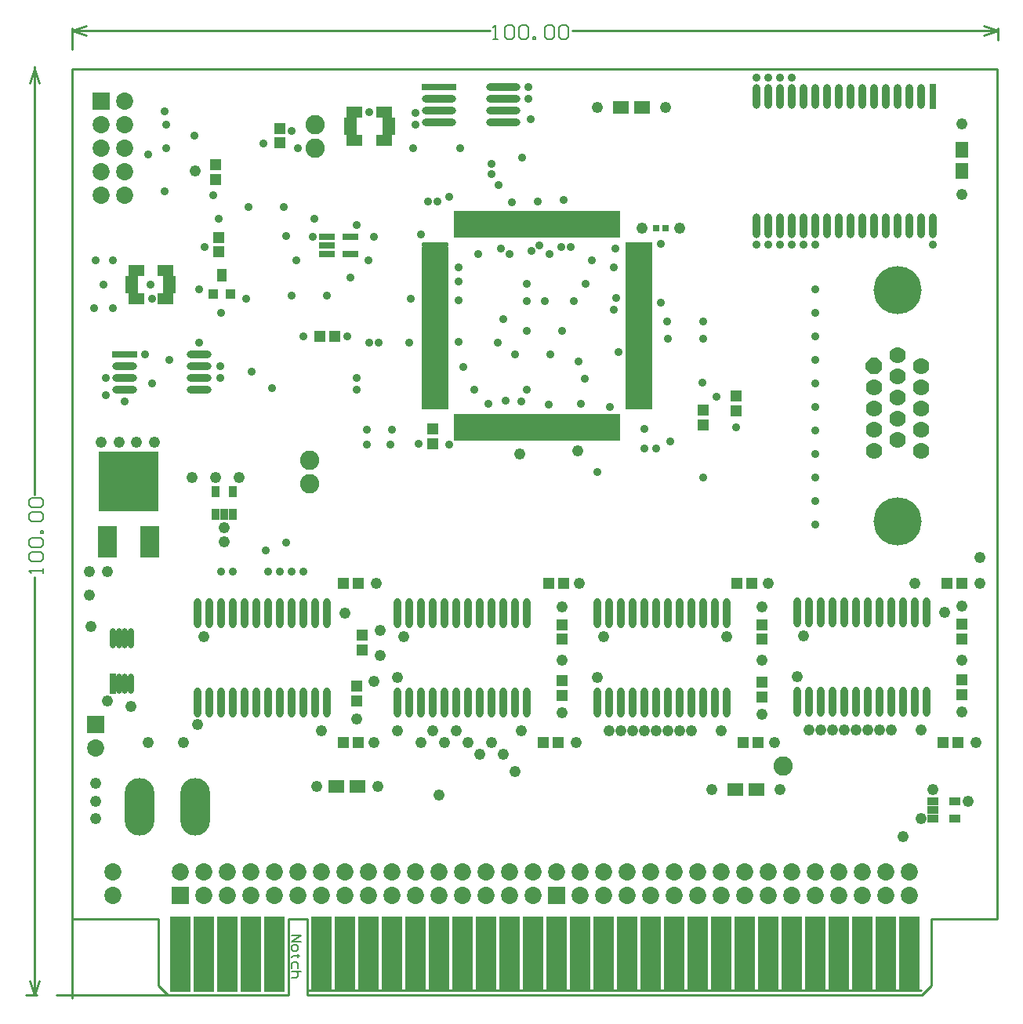
<source format=gts>
G04*
G04 #@! TF.GenerationSoftware,Altium Limited,CircuitStudio,1.5.2 (30)*
G04*
G04 Layer_Color=26367*
%FSLAX25Y25*%
%MOIN*%
G70*
G01*
G75*
%ADD38C,0.01000*%
%ADD45C,0.00800*%
%ADD46C,0.00600*%
%ADD75R,0.03162X0.03162*%
%ADD76R,0.08500X0.32000*%
%ADD77R,0.04540X0.04737*%
%ADD78R,0.04737X0.03556*%
%ADD79R,0.14579X0.03162*%
%ADD80O,0.14579X0.03162*%
%ADD81R,0.04400X0.05800*%
%ADD82R,0.04400X0.04400*%
%ADD83O,0.03162X0.10642*%
%ADD84R,0.03162X0.10642*%
%ADD85R,0.04737X0.04540*%
%ADD86R,0.02572X0.08674*%
%ADD87O,0.02572X0.08674*%
%ADD88O,0.03200X0.12737*%
%ADD89R,0.06800X0.05800*%
%ADD90R,0.05800X0.06800*%
%ADD91R,0.05150X0.05150*%
%ADD92R,0.06528X0.04953*%
%ADD93R,0.05543X0.07512*%
%ADD94O,0.10642X0.03162*%
%ADD95R,0.10642X0.03162*%
%ADD96R,0.03556X0.04737*%
%ADD97R,0.01981X0.11627*%
%ADD98R,0.11627X0.01981*%
%ADD99O,0.11627X0.01981*%
%ADD100R,0.08299X0.13811*%
%ADD101R,0.25622X0.25622*%
%ADD102R,0.06706X0.03162*%
%ADD103C,0.07300*%
%ADD104R,0.07300X0.07300*%
%ADD105O,0.12611X0.24422*%
%ADD106C,0.08200*%
%ADD107C,0.07000*%
%ADD108P,0.07577X8X292.5*%
%ADD109C,0.20467*%
%ADD110C,0.03600*%
%ADD111C,0.04800*%
D38*
X308937Y1537126D02*
Y1546000D01*
X702638Y1541063D02*
Y1546000D01*
X308937Y1545000D02*
X486592D01*
X521782D02*
X702638D01*
X308937D02*
X314937Y1543000D01*
X308937Y1545000D02*
X314937Y1547000D01*
X696638D02*
X702638Y1545000D01*
X696638Y1543000D02*
X702638Y1545000D01*
X293189Y1527701D02*
Y1529701D01*
X289252Y1135000D02*
X294189D01*
X293189Y1347845D02*
Y1528701D01*
Y1135000D02*
Y1312656D01*
X291189Y1522701D02*
X293189Y1528701D01*
X295189Y1522701D01*
X293189Y1135000D02*
X295189Y1141000D01*
X291189D02*
X293189Y1135000D01*
X409000Y1137000D02*
X670000D01*
X409000D02*
Y1167500D01*
X350000Y1135000D02*
X401000D01*
Y1137000D02*
Y1167500D01*
X409000D01*
X302500Y1135000D02*
X349700D01*
X308937Y1133563D02*
Y1167500D01*
X345700Y1139000D02*
X349700Y1135000D01*
X670300D02*
X674300Y1139000D01*
X345700D02*
Y1167500D01*
X308937D02*
X345700D01*
X674300Y1139000D02*
Y1167500D01*
X702500D01*
X308937D02*
Y1528701D01*
X702500D01*
Y1167500D02*
Y1528701D01*
X401000Y1135000D02*
Y1167500D01*
X409000Y1135000D02*
Y1167500D01*
X349700Y1135000D02*
X401000D01*
X409000D02*
X670300D01*
X401000Y1167500D02*
X409000D01*
D45*
X402500Y1160500D02*
X406499D01*
X402500Y1157834D01*
X406499D01*
X402500Y1155835D02*
Y1154502D01*
X403166Y1153835D01*
X404499D01*
X405166Y1154502D01*
Y1155835D01*
X404499Y1156501D01*
X403166D01*
X402500Y1155835D01*
X405832Y1151836D02*
X405166D01*
Y1152503D01*
Y1151170D01*
Y1151836D01*
X403166D01*
X402500Y1151170D01*
X405166Y1146504D02*
Y1148504D01*
X404499Y1149170D01*
X403166D01*
X402500Y1148504D01*
Y1146504D01*
X406499Y1145172D02*
X402500D01*
X404499D01*
X405166Y1144505D01*
Y1143172D01*
X404499Y1142506D01*
X402500D01*
D46*
X488193Y1541401D02*
X490192D01*
X489192D01*
Y1547399D01*
X488193Y1546399D01*
X493191D02*
X494191Y1547399D01*
X496190D01*
X497190Y1546399D01*
Y1542401D01*
X496190Y1541401D01*
X494191D01*
X493191Y1542401D01*
Y1546399D01*
X499189D02*
X500189Y1547399D01*
X502188D01*
X503188Y1546399D01*
Y1542401D01*
X502188Y1541401D01*
X500189D01*
X499189Y1542401D01*
Y1546399D01*
X505187Y1541401D02*
Y1542401D01*
X506187D01*
Y1541401D01*
X505187D01*
X510185Y1546399D02*
X511185Y1547399D01*
X513184D01*
X514184Y1546399D01*
Y1542401D01*
X513184Y1541401D01*
X511185D01*
X510185Y1542401D01*
Y1546399D01*
X516184D02*
X517183Y1547399D01*
X519182D01*
X520182Y1546399D01*
Y1542401D01*
X519182Y1541401D01*
X517183D01*
X516184Y1542401D01*
Y1546399D01*
X296788Y1314256D02*
Y1316255D01*
Y1315255D01*
X290790D01*
X291790Y1314256D01*
Y1319254D02*
X290790Y1320254D01*
Y1322253D01*
X291790Y1323253D01*
X295788D01*
X296788Y1322253D01*
Y1320254D01*
X295788Y1319254D01*
X291790D01*
Y1325252D02*
X290790Y1326252D01*
Y1328251D01*
X291790Y1329251D01*
X295788D01*
X296788Y1328251D01*
Y1326252D01*
X295788Y1325252D01*
X291790D01*
X296788Y1331250D02*
X295788D01*
Y1332250D01*
X296788D01*
Y1331250D01*
X291790Y1336248D02*
X290790Y1337248D01*
Y1339247D01*
X291790Y1340247D01*
X295788D01*
X296788Y1339247D01*
Y1337248D01*
X295788Y1336248D01*
X291790D01*
Y1342247D02*
X290790Y1343246D01*
Y1345245D01*
X291790Y1346245D01*
X295788D01*
X296788Y1345245D01*
Y1343246D01*
X295788Y1342247D01*
X291790D01*
D75*
X561484Y1461000D02*
D03*
X557547D02*
D03*
D76*
X625000Y1152500D02*
D03*
X615000D02*
D03*
X605000D02*
D03*
X595000D02*
D03*
X585000D02*
D03*
X575000D02*
D03*
X565000D02*
D03*
X555000D02*
D03*
X545000D02*
D03*
X535000D02*
D03*
X525000D02*
D03*
X515000D02*
D03*
X505000D02*
D03*
X495000D02*
D03*
X485000D02*
D03*
X475000D02*
D03*
X465000D02*
D03*
X455000D02*
D03*
X445000D02*
D03*
X435000D02*
D03*
X425000D02*
D03*
X415000D02*
D03*
X385000D02*
D03*
X375000D02*
D03*
X365000D02*
D03*
X355000D02*
D03*
X635000D02*
D03*
X645000D02*
D03*
X655000D02*
D03*
X665000D02*
D03*
X395000D02*
D03*
D77*
X414350Y1415000D02*
D03*
X420650D02*
D03*
X681201Y1310000D02*
D03*
X687500D02*
D03*
X594500Y1242250D02*
D03*
X600799D02*
D03*
X509500D02*
D03*
X515799D02*
D03*
X598150Y1310000D02*
D03*
X591850D02*
D03*
X511850D02*
D03*
X518150D02*
D03*
X679500Y1242500D02*
D03*
X685799D02*
D03*
X424500Y1310000D02*
D03*
X430799D02*
D03*
Y1242250D02*
D03*
X424500D02*
D03*
D78*
X675000Y1217500D02*
D03*
Y1213760D02*
D03*
Y1210020D02*
D03*
X684449Y1217500D02*
D03*
Y1210020D02*
D03*
D79*
X464937Y1521000D02*
D03*
D80*
Y1516000D02*
D03*
Y1511000D02*
D03*
Y1506000D02*
D03*
X492496Y1521000D02*
D03*
Y1516000D02*
D03*
Y1511000D02*
D03*
Y1506000D02*
D03*
D81*
X372800Y1441000D02*
D03*
D82*
X369000Y1433000D02*
D03*
X376500D02*
D03*
D83*
X600000Y1461882D02*
D03*
X605000D02*
D03*
X610000D02*
D03*
X615000D02*
D03*
X620000D02*
D03*
X625000D02*
D03*
X630000D02*
D03*
X635000D02*
D03*
X640000D02*
D03*
X645000D02*
D03*
X650000D02*
D03*
X655000D02*
D03*
X660000D02*
D03*
X665000D02*
D03*
X670000D02*
D03*
X675000D02*
D03*
X600000Y1517000D02*
D03*
X605000D02*
D03*
X610000D02*
D03*
X615000D02*
D03*
X620000D02*
D03*
X625000D02*
D03*
X630000D02*
D03*
X635000D02*
D03*
X640000D02*
D03*
X645000D02*
D03*
X650000D02*
D03*
X655000D02*
D03*
X660000D02*
D03*
X665000D02*
D03*
X670000D02*
D03*
D84*
X675000D02*
D03*
D85*
X432500Y1288150D02*
D03*
Y1281850D02*
D03*
X517500Y1262500D02*
D03*
Y1268799D02*
D03*
Y1286201D02*
D03*
Y1292500D02*
D03*
X602500Y1261701D02*
D03*
Y1268000D02*
D03*
Y1286201D02*
D03*
Y1292500D02*
D03*
X687500Y1262750D02*
D03*
Y1269049D02*
D03*
Y1286451D02*
D03*
Y1292750D02*
D03*
X430000Y1260000D02*
D03*
Y1266299D02*
D03*
X591500Y1389650D02*
D03*
Y1383350D02*
D03*
X462500Y1369350D02*
D03*
Y1375650D02*
D03*
X370000Y1488150D02*
D03*
Y1481850D02*
D03*
X577500Y1383650D02*
D03*
Y1377350D02*
D03*
D86*
X326437Y1267500D02*
D03*
D87*
X328996D02*
D03*
X331555D02*
D03*
X334114D02*
D03*
X326437Y1286791D02*
D03*
X328996D02*
D03*
X331555D02*
D03*
X334114D02*
D03*
D88*
X367500Y1259500D02*
D03*
X377500D02*
D03*
X382500D02*
D03*
X387500D02*
D03*
X372500D02*
D03*
X397500D02*
D03*
X392500D02*
D03*
X402500D02*
D03*
X417500D02*
D03*
X412500D02*
D03*
X407500D02*
D03*
X372500Y1297500D02*
D03*
X377500D02*
D03*
X382500D02*
D03*
X387500D02*
D03*
X392500D02*
D03*
X397500D02*
D03*
X402500D02*
D03*
X407500D02*
D03*
X412500D02*
D03*
X362500Y1259500D02*
D03*
Y1297500D02*
D03*
X367500D02*
D03*
X417500D02*
D03*
X622500Y1259750D02*
D03*
X632500D02*
D03*
X637500D02*
D03*
X642500D02*
D03*
X627500D02*
D03*
X652500D02*
D03*
X647500D02*
D03*
X657500D02*
D03*
X672500D02*
D03*
X667500D02*
D03*
X662500D02*
D03*
X627500Y1297750D02*
D03*
X632500D02*
D03*
X637500D02*
D03*
X642500D02*
D03*
X647500D02*
D03*
X652500D02*
D03*
X657500D02*
D03*
X662500D02*
D03*
X667500D02*
D03*
X617500Y1259750D02*
D03*
Y1297750D02*
D03*
X622500D02*
D03*
X672500D02*
D03*
X537500Y1259500D02*
D03*
X547500D02*
D03*
X552500D02*
D03*
X557500D02*
D03*
X542500D02*
D03*
X567500D02*
D03*
X562500D02*
D03*
X572500D02*
D03*
X587500D02*
D03*
X582500D02*
D03*
X577500D02*
D03*
X542500Y1297500D02*
D03*
X547500D02*
D03*
X552500D02*
D03*
X557500D02*
D03*
X562500D02*
D03*
X567500D02*
D03*
X572500D02*
D03*
X577500D02*
D03*
X582500D02*
D03*
X532500Y1259500D02*
D03*
Y1297500D02*
D03*
X537500D02*
D03*
X587500D02*
D03*
X502500D02*
D03*
X452500D02*
D03*
X447500D02*
D03*
Y1259500D02*
D03*
X497500Y1297500D02*
D03*
X492500D02*
D03*
X487500D02*
D03*
X482500D02*
D03*
X477500D02*
D03*
X472500D02*
D03*
X467500D02*
D03*
X462500D02*
D03*
X457500D02*
D03*
X492500Y1259500D02*
D03*
X497500D02*
D03*
X502500D02*
D03*
X487500D02*
D03*
X477500D02*
D03*
X482500D02*
D03*
X457500D02*
D03*
X472500D02*
D03*
X467500D02*
D03*
X462500D02*
D03*
X452500D02*
D03*
D89*
X430437Y1223563D02*
D03*
X421437D02*
D03*
X542437Y1512500D02*
D03*
X551437D02*
D03*
X591000Y1222500D02*
D03*
X600000D02*
D03*
D90*
X687437Y1494437D02*
D03*
Y1485437D02*
D03*
D91*
X397500Y1503405D02*
D03*
Y1497500D02*
D03*
X371500Y1456905D02*
D03*
Y1451000D02*
D03*
D92*
X348701Y1443004D02*
D03*
X336299D02*
D03*
Y1430996D02*
D03*
X348701D02*
D03*
X429173Y1498496D02*
D03*
X441575D02*
D03*
Y1510504D02*
D03*
X429173D02*
D03*
D93*
X334232Y1437000D02*
D03*
X350374D02*
D03*
X443642Y1504500D02*
D03*
X427500D02*
D03*
D94*
X362933Y1392500D02*
D03*
Y1397500D02*
D03*
Y1402500D02*
D03*
Y1407500D02*
D03*
X331437Y1392500D02*
D03*
Y1397500D02*
D03*
Y1402500D02*
D03*
D95*
Y1407500D02*
D03*
D96*
X370000Y1339500D02*
D03*
X373740D02*
D03*
X377480D02*
D03*
X370000Y1348949D02*
D03*
X377480D02*
D03*
D97*
X472244Y1462854D02*
D03*
X474213D02*
D03*
X476181D02*
D03*
X478150D02*
D03*
X480118D02*
D03*
X482087D02*
D03*
X484055D02*
D03*
X486024D02*
D03*
X487992D02*
D03*
X489961D02*
D03*
X491929D02*
D03*
X493898D02*
D03*
X495866D02*
D03*
X497835D02*
D03*
X499803D02*
D03*
X501772D02*
D03*
X503740D02*
D03*
X505709D02*
D03*
X507677D02*
D03*
X509646D02*
D03*
X511614D02*
D03*
X513583D02*
D03*
X515551D02*
D03*
X517520D02*
D03*
X519488D02*
D03*
X521457D02*
D03*
X523425D02*
D03*
X525394D02*
D03*
X527362D02*
D03*
X529331D02*
D03*
X531299D02*
D03*
X533268D02*
D03*
X535236D02*
D03*
X537205D02*
D03*
X539173D02*
D03*
X541142D02*
D03*
Y1376240D02*
D03*
X539173D02*
D03*
X537205D02*
D03*
X535236D02*
D03*
X533268D02*
D03*
X531299D02*
D03*
X529331D02*
D03*
X527362D02*
D03*
X525394D02*
D03*
X523425D02*
D03*
X521457D02*
D03*
X519488D02*
D03*
X517520D02*
D03*
X515551D02*
D03*
X513583D02*
D03*
X511614D02*
D03*
X509646D02*
D03*
X507677D02*
D03*
X505709D02*
D03*
X503740D02*
D03*
X501772D02*
D03*
X499803D02*
D03*
X497835D02*
D03*
X495866D02*
D03*
X493898D02*
D03*
X491929D02*
D03*
X489961D02*
D03*
X487992D02*
D03*
X486024D02*
D03*
X484055D02*
D03*
X482087D02*
D03*
X480118D02*
D03*
X478150D02*
D03*
X476181D02*
D03*
X474213D02*
D03*
X472244D02*
D03*
D98*
X550000Y1453996D02*
D03*
Y1452027D02*
D03*
Y1450059D02*
D03*
Y1448090D02*
D03*
Y1446122D02*
D03*
Y1444153D02*
D03*
Y1442185D02*
D03*
Y1440217D02*
D03*
Y1438248D02*
D03*
Y1436279D02*
D03*
Y1434311D02*
D03*
Y1432342D02*
D03*
Y1430374D02*
D03*
Y1428405D02*
D03*
Y1426437D02*
D03*
Y1424468D02*
D03*
Y1422500D02*
D03*
Y1420531D02*
D03*
Y1418563D02*
D03*
Y1416594D02*
D03*
Y1414626D02*
D03*
Y1412658D02*
D03*
Y1410689D02*
D03*
Y1408720D02*
D03*
Y1406752D02*
D03*
Y1404784D02*
D03*
Y1402815D02*
D03*
Y1400846D02*
D03*
Y1398878D02*
D03*
Y1396909D02*
D03*
Y1394941D02*
D03*
Y1392972D02*
D03*
Y1391004D02*
D03*
Y1389035D02*
D03*
Y1387067D02*
D03*
Y1385098D02*
D03*
X463386D02*
D03*
Y1387067D02*
D03*
Y1389035D02*
D03*
Y1391004D02*
D03*
Y1392972D02*
D03*
Y1394941D02*
D03*
Y1396909D02*
D03*
Y1398878D02*
D03*
Y1400846D02*
D03*
Y1402815D02*
D03*
Y1404784D02*
D03*
Y1406752D02*
D03*
Y1408720D02*
D03*
Y1410689D02*
D03*
Y1412658D02*
D03*
Y1414626D02*
D03*
Y1416594D02*
D03*
Y1418563D02*
D03*
Y1420531D02*
D03*
Y1422500D02*
D03*
Y1424468D02*
D03*
Y1426437D02*
D03*
Y1428405D02*
D03*
Y1430374D02*
D03*
Y1432342D02*
D03*
Y1434311D02*
D03*
Y1436279D02*
D03*
Y1438248D02*
D03*
Y1440217D02*
D03*
Y1442185D02*
D03*
Y1444153D02*
D03*
Y1446122D02*
D03*
Y1448090D02*
D03*
Y1450059D02*
D03*
Y1452027D02*
D03*
D99*
Y1453996D02*
D03*
D100*
X342165Y1327775D02*
D03*
X324055D02*
D03*
D101*
X333110Y1353366D02*
D03*
D102*
X417500Y1457500D02*
D03*
Y1453760D02*
D03*
Y1450020D02*
D03*
X427343Y1457500D02*
D03*
Y1450020D02*
D03*
D103*
X331437Y1475000D02*
D03*
X321437D02*
D03*
X331437Y1485000D02*
D03*
X321437D02*
D03*
X331437Y1495000D02*
D03*
X321437D02*
D03*
X331437Y1505000D02*
D03*
X321437D02*
D03*
X331437Y1515000D02*
D03*
X326437Y1187500D02*
D03*
Y1177500D02*
D03*
X319000Y1240000D02*
D03*
X665000Y1187500D02*
D03*
Y1177500D02*
D03*
X655000Y1187500D02*
D03*
Y1177500D02*
D03*
X645000Y1187500D02*
D03*
Y1177500D02*
D03*
X635000Y1187500D02*
D03*
Y1177500D02*
D03*
X625000Y1187500D02*
D03*
Y1177500D02*
D03*
X615000Y1187500D02*
D03*
Y1177500D02*
D03*
X605000Y1187500D02*
D03*
Y1177500D02*
D03*
X595000Y1187500D02*
D03*
Y1177500D02*
D03*
X585000Y1187500D02*
D03*
Y1177500D02*
D03*
X575000Y1187500D02*
D03*
Y1177500D02*
D03*
X565000Y1187500D02*
D03*
Y1177500D02*
D03*
X555000Y1187500D02*
D03*
Y1177500D02*
D03*
X545000Y1187500D02*
D03*
Y1177500D02*
D03*
X535000Y1187500D02*
D03*
Y1177500D02*
D03*
X525000Y1187500D02*
D03*
Y1177500D02*
D03*
X515000Y1187500D02*
D03*
X505000D02*
D03*
Y1177500D02*
D03*
X495000Y1187500D02*
D03*
Y1177500D02*
D03*
X485000Y1187500D02*
D03*
Y1177500D02*
D03*
X475000Y1187500D02*
D03*
Y1177500D02*
D03*
X465000Y1187500D02*
D03*
Y1177500D02*
D03*
X455000Y1187500D02*
D03*
Y1177500D02*
D03*
X445000Y1187500D02*
D03*
Y1177500D02*
D03*
X435000Y1187500D02*
D03*
Y1177500D02*
D03*
X425000Y1187500D02*
D03*
Y1177500D02*
D03*
X415000Y1187500D02*
D03*
Y1177500D02*
D03*
X405000Y1187500D02*
D03*
Y1177500D02*
D03*
X395000Y1187500D02*
D03*
Y1177500D02*
D03*
X385000Y1187500D02*
D03*
Y1177500D02*
D03*
X375000Y1187500D02*
D03*
Y1177500D02*
D03*
X365000Y1187500D02*
D03*
Y1177500D02*
D03*
X355000Y1187500D02*
D03*
D104*
X321437Y1515000D02*
D03*
X319000Y1250000D02*
D03*
X515000Y1177500D02*
D03*
X355000D02*
D03*
D105*
X361437Y1215000D02*
D03*
X337815D02*
D03*
D106*
X410000Y1362500D02*
D03*
X611437Y1232500D02*
D03*
X410000Y1352500D02*
D03*
X412500Y1495000D02*
D03*
Y1505000D02*
D03*
D107*
X650000Y1375500D02*
D03*
Y1393500D02*
D03*
Y1384500D02*
D03*
Y1366500D02*
D03*
X660000Y1407000D02*
D03*
Y1398000D02*
D03*
Y1389000D02*
D03*
Y1380000D02*
D03*
Y1371000D02*
D03*
X670000Y1402500D02*
D03*
Y1393500D02*
D03*
Y1384500D02*
D03*
Y1375500D02*
D03*
Y1366500D02*
D03*
D108*
X650000Y1402500D02*
D03*
D109*
X660000Y1434667D02*
D03*
Y1336333D02*
D03*
D110*
X361000Y1500500D02*
D03*
X368937Y1475000D02*
D03*
X341437Y1492500D02*
D03*
X405000Y1495000D02*
D03*
X504542Y1451260D02*
D03*
X540500Y1431500D02*
D03*
X541500Y1408500D02*
D03*
X511614Y1385886D02*
D03*
X493500Y1387750D02*
D03*
X473343Y1412658D02*
D03*
X473374Y1430374D02*
D03*
X430000Y1392500D02*
D03*
X517500Y1417500D02*
D03*
X526968Y1396968D02*
D03*
X512000Y1450000D02*
D03*
X495000D02*
D03*
X502500Y1430000D02*
D03*
X411437Y1457500D02*
D03*
X503937Y1507500D02*
D03*
X453937Y1495000D02*
D03*
X473937D02*
D03*
X454937Y1510000D02*
D03*
X502937Y1516000D02*
D03*
X454937Y1505000D02*
D03*
X502937Y1521000D02*
D03*
X487437Y1488500D02*
D03*
Y1484000D02*
D03*
X490437Y1479500D02*
D03*
X500437Y1491000D02*
D03*
X398937Y1470000D02*
D03*
X383937D02*
D03*
X326437Y1447500D02*
D03*
X318937D02*
D03*
X383000Y1431000D02*
D03*
X363000Y1435000D02*
D03*
X615000Y1524882D02*
D03*
X610000D02*
D03*
X605000D02*
D03*
X600000D02*
D03*
X675000Y1454000D02*
D03*
X625000D02*
D03*
X620000D02*
D03*
X615000D02*
D03*
X610000D02*
D03*
X605000D02*
D03*
X600000D02*
D03*
X407500Y1315000D02*
D03*
X402500D02*
D03*
X397500D02*
D03*
X392500D02*
D03*
X400000Y1327500D02*
D03*
X391500Y1324000D02*
D03*
X377500Y1315000D02*
D03*
X372500D02*
D03*
Y1425000D02*
D03*
X326500Y1427000D02*
D03*
X318500D02*
D03*
X434500Y1369000D02*
D03*
X444500D02*
D03*
X322500Y1437000D02*
D03*
X365500Y1453000D02*
D03*
X371500Y1465000D02*
D03*
X445000Y1375500D02*
D03*
X434500D02*
D03*
X393937Y1393000D02*
D03*
X625000Y1435000D02*
D03*
Y1425000D02*
D03*
Y1415000D02*
D03*
Y1405000D02*
D03*
Y1395000D02*
D03*
Y1385000D02*
D03*
Y1375000D02*
D03*
Y1365000D02*
D03*
Y1355000D02*
D03*
Y1345000D02*
D03*
Y1335000D02*
D03*
X469500Y1474500D02*
D03*
X496000Y1472000D02*
D03*
X348937Y1505000D02*
D03*
Y1495000D02*
D03*
X537598Y1385098D02*
D03*
X481850Y1450000D02*
D03*
X417500Y1432500D02*
D03*
X557500Y1367500D02*
D03*
X343091Y1395031D02*
D03*
X362933Y1412496D02*
D03*
X475500Y1402000D02*
D03*
X342500Y1437000D02*
D03*
X426181Y1415000D02*
D03*
X402500Y1502500D02*
D03*
X427500Y1440000D02*
D03*
X439468Y1412500D02*
D03*
X577500Y1421500D02*
D03*
X464468Y1472500D02*
D03*
X348500Y1510681D02*
D03*
Y1476819D02*
D03*
X563500Y1370500D02*
D03*
X577000Y1395500D02*
D03*
X583031Y1389468D02*
D03*
X453000Y1431000D02*
D03*
X518000Y1473000D02*
D03*
X452500Y1412500D02*
D03*
X562500Y1414000D02*
D03*
X559500Y1429500D02*
D03*
X562000Y1421500D02*
D03*
X540000Y1452500D02*
D03*
X390410Y1497000D02*
D03*
X430000Y1462500D02*
D03*
X339937Y1407500D02*
D03*
X371937Y1397500D02*
D03*
Y1402500D02*
D03*
X385437Y1400000D02*
D03*
X323437Y1397500D02*
D03*
Y1390000D02*
D03*
X407500Y1415000D02*
D03*
X456500Y1369500D02*
D03*
X591500Y1376500D02*
D03*
X577500Y1355000D02*
D03*
X435374Y1510504D02*
D03*
X435000Y1447500D02*
D03*
X437500Y1457500D02*
D03*
X400000Y1457618D02*
D03*
X404468Y1447500D02*
D03*
X552500Y1367500D02*
D03*
X412000Y1465000D02*
D03*
X497500Y1407500D02*
D03*
X522500Y1430000D02*
D03*
X480000Y1392500D02*
D03*
X512500Y1407500D02*
D03*
X530000Y1447500D02*
D03*
X577500Y1414000D02*
D03*
X402500Y1432500D02*
D03*
X350315Y1405000D02*
D03*
X331437Y1387500D02*
D03*
X430000Y1397500D02*
D03*
X502500Y1417500D02*
D03*
X490000Y1412500D02*
D03*
X502500Y1437500D02*
D03*
X524500Y1404500D02*
D03*
X502500Y1392500D02*
D03*
X435531Y1412500D02*
D03*
X460531Y1472500D02*
D03*
X469500Y1369000D02*
D03*
X507000Y1472500D02*
D03*
X492500Y1422500D02*
D03*
X527500Y1437500D02*
D03*
X510000Y1430000D02*
D03*
X486024Y1386476D02*
D03*
X500000Y1387500D02*
D03*
X532500Y1357500D02*
D03*
X552500Y1375531D02*
D03*
X343000Y1430996D02*
D03*
X517000Y1453000D02*
D03*
X507677Y1453677D02*
D03*
X491500Y1452500D02*
D03*
X521000Y1453000D02*
D03*
X559500Y1454500D02*
D03*
X539500Y1444500D02*
D03*
Y1426500D02*
D03*
X525500Y1386500D02*
D03*
X473500Y1444500D02*
D03*
Y1438500D02*
D03*
X457500Y1458500D02*
D03*
D111*
X317087Y1291850D02*
D03*
X316437Y1305000D02*
D03*
X318937Y1210000D02*
D03*
Y1217500D02*
D03*
Y1225000D02*
D03*
X675000Y1222500D02*
D03*
X670020Y1210020D02*
D03*
X690000Y1217500D02*
D03*
X328937Y1370000D02*
D03*
X343937D02*
D03*
X532437Y1512500D02*
D03*
X561437Y1512500D02*
D03*
X412937Y1223563D02*
D03*
X380000Y1355000D02*
D03*
X370000D02*
D03*
X360000D02*
D03*
X447500Y1247500D02*
D03*
X695000Y1321000D02*
D03*
X440000Y1290150D02*
D03*
X687437Y1505437D02*
D03*
Y1475437D02*
D03*
X667500Y1310000D02*
D03*
X467500Y1242500D02*
D03*
X425000Y1297500D02*
D03*
X472500Y1247500D02*
D03*
X477500Y1242500D02*
D03*
X680000Y1297750D02*
D03*
X587500Y1287500D02*
D03*
X687500Y1300250D02*
D03*
X517500Y1300000D02*
D03*
X602500D02*
D03*
X457500Y1242500D02*
D03*
X462500Y1247500D02*
D03*
X438937Y1223563D02*
D03*
X499500Y1365000D02*
D03*
X336437Y1370000D02*
D03*
X321437D02*
D03*
X524000Y1366500D02*
D03*
X361500Y1485500D02*
D03*
X551516Y1461000D02*
D03*
X567516D02*
D03*
X415000Y1247500D02*
D03*
X430000Y1252500D02*
D03*
X500000Y1247500D02*
D03*
X585000D02*
D03*
X670000Y1247750D02*
D03*
X517500Y1255000D02*
D03*
X602500Y1254201D02*
D03*
X687500Y1255250D02*
D03*
X610000Y1222500D02*
D03*
X487500Y1242500D02*
D03*
X537500Y1247500D02*
D03*
X542500D02*
D03*
X547500D02*
D03*
X552500D02*
D03*
X557500D02*
D03*
X562500D02*
D03*
X567500D02*
D03*
X572500D02*
D03*
X657500Y1247750D02*
D03*
X652500D02*
D03*
X647500D02*
D03*
X642500D02*
D03*
X637500D02*
D03*
X632500D02*
D03*
X627500D02*
D03*
X622500D02*
D03*
X334114Y1257677D02*
D03*
X356437Y1242500D02*
D03*
X440000Y1279350D02*
D03*
X605000Y1310000D02*
D03*
X620000Y1287750D02*
D03*
X517500Y1277500D02*
D03*
X437500Y1242250D02*
D03*
X602500Y1277500D02*
D03*
X362500Y1250000D02*
D03*
X365000Y1287500D02*
D03*
X438299Y1310000D02*
D03*
X581000Y1222500D02*
D03*
X523299Y1242250D02*
D03*
X524850Y1310000D02*
D03*
X447500Y1270000D02*
D03*
X450000Y1287500D02*
D03*
X532500Y1270000D02*
D03*
X535000Y1287500D02*
D03*
X695000Y1310000D02*
D03*
X687500Y1277500D02*
D03*
X617500Y1270250D02*
D03*
X693299Y1242500D02*
D03*
X607799Y1242250D02*
D03*
X437500Y1268299D02*
D03*
X373740Y1333620D02*
D03*
Y1327740D02*
D03*
X341437Y1242500D02*
D03*
X323937Y1260000D02*
D03*
X316437Y1315000D02*
D03*
X324055Y1315118D02*
D03*
X492500Y1237500D02*
D03*
X482500D02*
D03*
X662500Y1202500D02*
D03*
X497500Y1230000D02*
D03*
X465000Y1220000D02*
D03*
M02*

</source>
